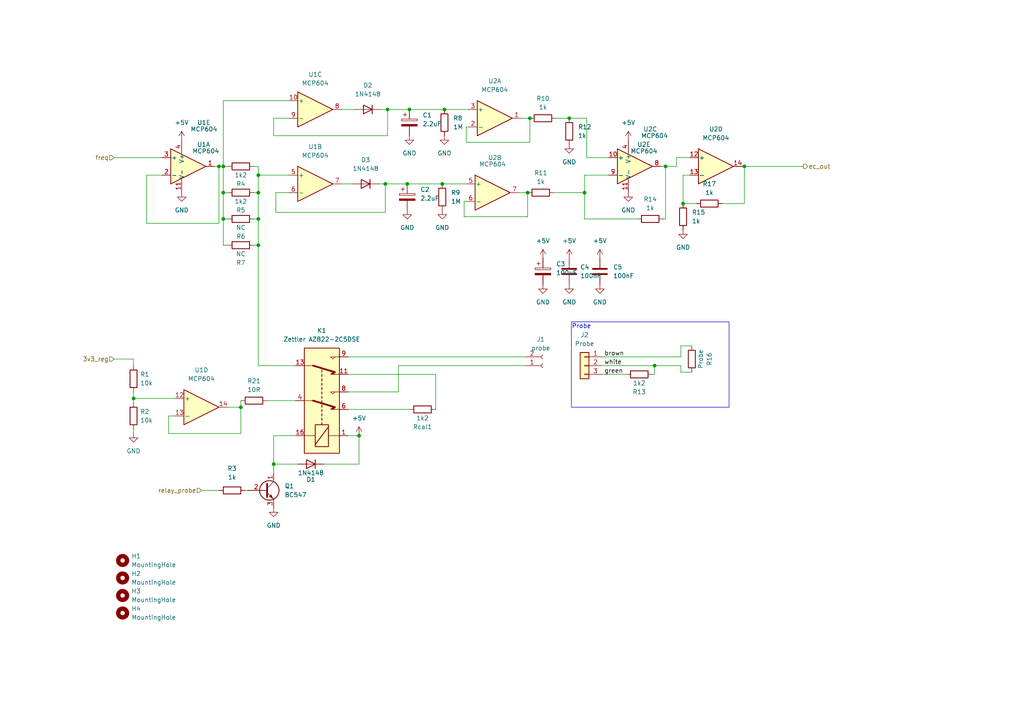
<source format=kicad_sch>
(kicad_sch (version 20231120) (generator "eeschema") (generator_version "8.0")
  (paper "A4")
  (lib_symbols
    (symbol "Amplifier_Operational:MCP604" (pin_names (offset 0.127))
      (property "Reference" "U" (at 0 5.08 0))
      (property "Value" "MCP604" (at 0 -5.08 0))
      (symbol "MCP604_1_1"
        (polyline (pts (xy -5.08 5.08) (xy 5.08 0) (xy -5.08 -5.08) (xy -5.08 5.08)) (stroke (width 0.254)) (fill (type background)))
        (pin output line (at 7.62 0 180) (length 2.54) (name "~") (number "1"))
        (pin input line (at -7.62 -2.54 0) (length 2.54) (name "-") (number "2"))
        (pin input line (at -7.62 2.54 0) (length 2.54) (name "+") (number "3"))
      )
      (symbol "MCP604_2_1"
        (polyline (pts (xy -5.08 5.08) (xy 5.08 0) (xy -5.08 -5.08) (xy -5.08 5.08)) (stroke (width 0.254)) (fill (type background)))
        (pin input line (at -7.62 2.54 0) (length 2.54) (name "+") (number "5"))
        (pin input line (at -7.62 -2.54 0) (length 2.54) (name "-") (number "6"))
        (pin output line (at 7.62 0 180) (length 2.54) (name "~") (number "7"))
      )
      (symbol "MCP604_3_1"
        (polyline (pts (xy -5.08 5.08) (xy 5.08 0) (xy -5.08 -5.08) (xy -5.08 5.08)) (stroke (width 0.254)) (fill (type background)))
        (pin input line (at -7.62 2.54 0) (length 2.54) (name "+") (number "10"))
        (pin output line (at 7.62 0 180) (length 2.54) (name "~") (number "8"))
        (pin input line (at -7.62 -2.54 0) (length 2.54) (name "-") (number "9"))
      )
      (symbol "MCP604_4_1"
        (polyline (pts (xy -5.08 5.08) (xy 5.08 0) (xy -5.08 -5.08) (xy -5.08 5.08)) (stroke (width 0.254)) (fill (type background)))
        (pin input line (at -7.62 2.54 0) (length 2.54) (name "+") (number "12"))
        (pin input line (at -7.62 -2.54 0) (length 2.54) (name "-") (number "13"))
        (pin output line (at 7.62 0 180) (length 2.54) (name "~") (number "14"))
      )
      (symbol "MCP604_5_1"
        (pin power_in line (at -2.54 -7.62 90) (length 3.81) (name "V-") (number "11"))
        (pin power_in line (at -2.54 7.62 270) (length 3.81) (name "V+") (number "4"))
      )
    )
    (symbol "Connector:Conn_01x02_Female" (pin_names (offset 1.016) hide)
      (property "Reference" "J" (at 0 2.54 0))
      (property "Value" "Conn_01x02_Female" (at 0 -5.08 0))
      (symbol "Conn_01x02_Female_1_1"
        (arc (start 0 -2.032) (mid -0.5058 -2.54) (end 0 -3.048) (stroke (width 0.1524)))
        (polyline (pts (xy -1.27 -2.54) (xy -0.508 -2.54)) (stroke (width 0.1524)))
        (polyline (pts (xy -1.27 0) (xy -0.508 0)) (stroke (width 0.1524)))
        (arc (start 0 0.508) (mid -0.5058 0) (end 0 -0.508) (stroke (width 0.1524)))
        (pin passive line (at -5.08 0 0) (length 3.81) (name "Pin_1") (number "1"))
        (pin passive line (at -5.08 -2.54 0) (length 3.81) (name "Pin_2") (number "2"))
      )
    )
    (symbol "Connector_Generic:Conn_01x03" (pin_names (offset 1.016) hide)
      (property "Reference" "J" (at 0 5.08 0))
      (property "Value" "Conn_01x03" (at 0 -5.08 0))
      (symbol "Conn_01x03_1_1"
        (rectangle (start -1.27 -2.413) (end 0 -2.667) (stroke (width 0.1524)))
        (rectangle (start -1.27 0.127) (end 0 -0.127) (stroke (width 0.1524)))
        (rectangle (start -1.27 2.667) (end 0 2.413) (stroke (width 0.1524)))
        (rectangle (start -1.27 3.81) (end 1.27 -3.81) (stroke (width 0.254)) (fill (type background)))
        (pin passive line (at -5.08 2.54 0) (length 3.81) (name "Pin_1") (number "1"))
        (pin passive line (at -5.08 0 0) (length 3.81) (name "Pin_2") (number "2"))
        (pin passive line (at -5.08 -2.54 0) (length 3.81) (name "Pin_3") (number "3"))
      )
    )
    (symbol "Device:C" (pin_numbers hide) (pin_names (offset 0.254))
      (property "Reference" "C" (at 0.635 2.54 0))
      (property "Value" "C" (at 0.635 -2.54 0))
      (symbol "C_0_1"
        (polyline (pts (xy -2.032 -0.762) (xy 2.032 -0.762)) (stroke (width 0.508)))
        (polyline (pts (xy -2.032 0.762) (xy 2.032 0.762)) (stroke (width 0.508)))
      )
      (symbol "C_1_1"
        (pin passive line (at 0 3.81 270) (length 2.794) (name "~") (number "1"))
        (pin passive line (at 0 -3.81 90) (length 2.794) (name "~") (number "2"))
      )
    )
    (symbol "Device:C_Polarized" (pin_numbers hide) (pin_names (offset 0.254))
      (property "Reference" "C" (at 0.635 2.54 0))
      (property "Value" "C_Polarized" (at 0.635 -2.54 0))
      (symbol "C_Polarized_0_1"
        (rectangle (start -2.286 0.508) (end 2.286 1.016))
        (polyline (pts (xy -1.778 2.286) (xy -0.762 2.286)))
        (polyline (pts (xy -1.27 2.794) (xy -1.27 1.778)))
        (rectangle (start 2.286 -0.508) (end -2.286 -1.016) (fill (type outline)))
      )
      (symbol "C_Polarized_1_1"
        (pin passive line (at 0 3.81 270) (length 2.794) (name "~") (number "1"))
        (pin passive line (at 0 -3.81 90) (length 2.794) (name "~") (number "2"))
      )
    )
    (symbol "Device:R" (pin_numbers hide) (pin_names (offset 0))
      (property "Reference" "R" (at 2.032 0 90))
      (property "Value" "R" (at 0 0 90))
      (symbol "R_0_1"
        (rectangle (start -1.016 -2.54) (end 1.016 2.54) (stroke (width 0.254)))
      )
      (symbol "R_1_1"
        (pin passive line (at 0 3.81 270) (length 1.27) (name "~") (number "1"))
        (pin passive line (at 0 -3.81 90) (length 1.27) (name "~") (number "2"))
      )
    )
    (symbol "Diode:1N4148" (pin_numbers hide) (pin_names hide)
      (property "Reference" "D" (at 0 2.54 0))
      (property "Value" "1N4148" (at 0 -2.54 0))
      (symbol "1N4148_0_1"
        (polyline (pts (xy -1.27 1.27) (xy -1.27 -1.27)) (stroke (width 0.254)))
        (polyline (pts (xy 1.27 0) (xy -1.27 0)))
        (polyline (pts (xy 1.27 1.27) (xy 1.27 -1.27) (xy -1.27 0) (xy 1.27 1.27)) (stroke (width 0.254)))
      )
      (symbol "1N4148_1_1"
        (pin passive line (at -3.81 0 0) (length 2.54) (name "K") (number "1"))
        (pin passive line (at 3.81 0 180) (length 2.54) (name "A") (number "2"))
      )
    )
    (symbol "Mechanical:MountingHole" (pin_names (offset 1.016)) (exclude_from_sim yes) (in_bom no)
      (property "Reference" "H" (at 0 5.08 0))
      (property "Value" "MountingHole" (at 0 3.175 0))
      (symbol "MountingHole_0_1"
        (circle (center 0 0) (radius 1.27) (stroke (width 1.27)))
      )
    )
    (symbol "Relay:G5V-2"
      (property "Reference" "K" (at 16.51 3.81 0))
      (property "Value" "G5V-2" (at 16.51 1.27 0))
      (symbol "G5V-2_0_1"
        (rectangle (start -15.24 5.08) (end 15.24 -5.08) (stroke (width 0.254)) (fill (type background)))
        (rectangle (start -13.335 1.905) (end -6.985 -1.905) (stroke (width 0.254)))
        (polyline (pts (xy -12.7 -1.905) (xy -7.62 1.905)) (stroke (width 0.254)))
        (polyline (pts (xy -10.16 -5.08) (xy -10.16 -1.905)))
        (polyline (pts (xy -10.16 5.08) (xy -10.16 1.905)))
        (polyline (pts (xy -6.985 0) (xy -6.35 0)) (stroke (width 0.254)))
        (polyline (pts (xy -5.715 0) (xy -5.08 0)) (stroke (width 0.254)))
        (polyline (pts (xy -4.445 0) (xy -3.81 0)) (stroke (width 0.254)))
        (polyline (pts (xy -3.175 0) (xy -2.54 0)) (stroke (width 0.254)))
        (polyline (pts (xy -1.905 0) (xy -1.27 0)) (stroke (width 0.254)))
        (polyline (pts (xy -0.635 0) (xy 0 0)) (stroke (width 0.254)))
        (polyline (pts (xy 0 -2.54) (xy -1.905 3.81)) (stroke (width 0.508)))
        (polyline (pts (xy 0 -2.54) (xy 0 -5.08)))
        (polyline (pts (xy 0.635 0) (xy 1.27 0)) (stroke (width 0.254)))
        (polyline (pts (xy 1.905 0) (xy 2.54 0)) (stroke (width 0.254)))
        (polyline (pts (xy 3.175 0) (xy 3.81 0)) (stroke (width 0.254)))
        (polyline (pts (xy 4.445 0) (xy 5.08 0)) (stroke (width 0.254)))
        (polyline (pts (xy 5.715 0) (xy 6.35 0)) (stroke (width 0.254)))
        (polyline (pts (xy 6.985 0) (xy 7.62 0)) (stroke (width 0.254)))
        (polyline (pts (xy 8.255 0) (xy 8.89 0)) (stroke (width 0.254)))
        (polyline (pts (xy 10.16 -2.54) (xy 8.255 3.81)) (stroke (width 0.508)))
        (polyline (pts (xy 10.16 -2.54) (xy 10.16 -5.08)))
        (polyline (pts (xy -2.54 5.08) (xy -2.54 2.54) (xy -1.905 3.175) (xy -2.54 3.81)) (fill (type outline)))
        (polyline (pts (xy 2.54 5.08) (xy 2.54 2.54) (xy 1.905 3.175) (xy 2.54 3.81)))
        (polyline (pts (xy 7.62 5.08) (xy 7.62 2.54) (xy 8.255 3.175) (xy 7.62 3.81)) (fill (type outline)))
        (polyline (pts (xy 12.7 5.08) (xy 12.7 2.54) (xy 12.065 3.175) (xy 12.7 3.81)))
      )
      (symbol "G5V-2_1_1"
        (pin passive line (at -10.16 7.62 270) (length 2.54) (name "~") (number "1"))
        (pin passive line (at 7.62 7.62 270) (length 2.54) (name "~") (number "11"))
        (pin passive line (at 10.16 -7.62 90) (length 2.54) (name "~") (number "13"))
        (pin passive line (at -10.16 -7.62 90) (length 2.54) (name "~") (number "16"))
        (pin passive line (at 0 -7.62 90) (length 2.54) (name "~") (number "4"))
        (pin passive line (at -2.54 7.62 270) (length 2.54) (name "~") (number "6"))
        (pin passive line (at 2.54 7.62 270) (length 2.54) (name "~") (number "8"))
        (pin passive line (at 12.7 7.62 270) (length 2.54) (name "~") (number "9"))
      )
    )
    (symbol "Transistor_BJT:BC547" (pin_names (offset 0) hide)
      (property "Reference" "Q" (at 5.08 1.905 0))
      (property "Value" "BC547" (at 5.08 0 0))
      (symbol "BC547_0_1"
        (polyline (pts (xy 0 0) (xy 0.635 0)))
        (polyline (pts (xy 0.635 0.635) (xy 2.54 2.54)))
        (polyline (pts (xy 0.635 -0.635) (xy 2.54 -2.54) (xy 2.54 -2.54)))
        (polyline (pts (xy 0.635 1.905) (xy 0.635 -1.905) (xy 0.635 -1.905)) (stroke (width 0.508)))
        (polyline (pts (xy 1.27 -1.778) (xy 1.778 -1.27) (xy 2.286 -2.286) (xy 1.27 -1.778) (xy 1.27 -1.778)) (fill (type outline)))
        (circle (center 1.27 0) (radius 2.8194) (stroke (width 0.254)))
      )
      (symbol "BC547_1_1"
        (pin passive line (at 2.54 5.08 270) (length 2.54) (name "C") (number "1"))
        (pin input line (at -5.08 0 0) (length 5.08) (name "B") (number "2"))
        (pin passive line (at 2.54 -5.08 90) (length 2.54) (name "E") (number "3"))
      )
    )
    (symbol "power:+5V" (power) (pin_numbers hide) (pin_names (offset 0) hide)
      (property "Value" "+5V" (at 0 3.556 0))
      (symbol "+5V_0_1"
        (polyline (pts (xy -0.762 1.27) (xy 0 2.54)))
        (polyline (pts (xy 0 0) (xy 0 2.54)))
        (polyline (pts (xy 0 2.54) (xy 0.762 1.27)))
      )
      (symbol "+5V_1_1"
        (pin power_in line (at 0 0 90) (length 0) (name "~") (number "1"))
      )
    )
    (symbol "power:GND" (power) (pin_names (offset 0))
      (property "Value" "GND" (at 0 -3.81 0))
      (symbol "GND_0_1"
        (polyline (pts (xy 0 0) (xy 0 -1.27) (xy 1.27 -1.27) (xy 0 -2.54) (xy -1.27 -1.27) (xy 0 -1.27)))
      )
      (symbol "GND_1_1"
        (pin power_in line (at 0 0 270) (length 0) hide (name "GND") (number "1"))
      )
    )
  )
  (junction (at 111.76 53.34))
  (junction (at 69.85 118.11))
  (junction (at 74.93 71.12))
  (junction (at 38.735 115.57))
  (junction (at 169.545 55.88))
  (junction (at 74.93 50.8))
  (junction (at 74.93 63.5))
  (junction (at 128.27 53.34))
  (junction (at 64.77 48.26))
  (junction (at 128.905 31.75))
  (junction (at 153.67 34.29))
  (junction (at 64.77 63.5))
  (junction (at 64.77 55.88))
  (junction (at 63.5 48.26))
  (junction (at 198.12 59.055))
  (junction (at 189.865 106.045))
  (junction (at 215.9 48.26))
  (junction (at 118.11 53.34))
  (junction (at 74.93 55.88))
  (junction (at 104.14 126.365))
  (junction (at 112.395 31.75))
  (junction (at 193.04 48.26))
  (junction (at 118.745 31.75))
  (junction (at 153.035 55.88))
  (junction (at 79.375 134.62))
  (junction (at 165.1 34.29))
  (wire (pts (xy 38.735 115.57) (xy 38.735 116.84)))
  (wire (pts (xy 165.1 34.29) (xy 170.18 34.29)))
  (wire (pts (xy 79.375 34.29) (xy 79.375 39.37)))
  (wire (pts (xy 77.47 116.205) (xy 85.725 116.205)))
  (wire (pts (xy 74.93 48.26) (xy 74.93 50.8)))
  (wire (pts (xy 193.04 48.26) (xy 196.215 48.26)))
  (wire (pts (xy 58.42 142.24) (xy 63.5 142.24)))
  (wire (pts (xy 118.745 31.75) (xy 128.905 31.75)))
  (wire (pts (xy 150.495 55.88) (xy 153.035 55.88)))
  (wire (pts (xy 74.93 50.8) (xy 74.93 55.88)))
  (wire (pts (xy 64.77 63.5) (xy 64.77 55.88)))
  (wire (pts (xy 99.06 31.75) (xy 102.87 31.75)))
  (wire (pts (xy 80.01 61.595) (xy 80.01 55.88)))
  (wire (pts (xy 196.215 45.72) (xy 200.025 45.72)))
  (wire (pts (xy 42.545 64.77) (xy 42.545 50.8)))
  (wire (pts (xy 62.23 48.26) (xy 63.5 48.26)))
  (wire (pts (xy 112.395 31.75) (xy 118.745 31.75)))
  (wire (pts (xy 66.04 118.11) (xy 69.85 118.11)))
  (wire (pts (xy 66.04 71.12) (xy 64.77 71.12)))
  (wire (pts (xy 192.405 63.5) (xy 193.04 63.5)))
  (wire (pts (xy 126.365 108.585) (xy 126.365 118.745)))
  (wire (pts (xy 48.895 125.73) (xy 48.895 120.65)))
  (wire (pts (xy 63.5 48.26) (xy 63.5 64.77)))
  (wire (pts (xy 100.965 103.505) (xy 152.4 103.505)))
  (wire (pts (xy 42.545 50.8) (xy 46.99 50.8)))
  (wire (pts (xy 170.18 34.29) (xy 170.18 45.72)))
  (wire (pts (xy 79.375 39.37) (xy 112.395 39.37)))
  (wire (pts (xy 64.77 71.12) (xy 64.77 63.5)))
  (wire (pts (xy 153.035 55.88) (xy 153.035 62.865)))
  (wire (pts (xy 80.01 55.88) (xy 83.82 55.88)))
  (wire (pts (xy 115.57 106.045) (xy 115.57 113.665)))
  (wire (pts (xy 69.85 116.205) (xy 69.85 118.11)))
  (wire (pts (xy 197.485 107.95) (xy 200.66 107.95)))
  (wire (pts (xy 128.27 53.34) (xy 135.255 53.34)))
  (wire (pts (xy 100.965 108.585) (xy 126.365 108.585)))
  (wire (pts (xy 63.5 48.26) (xy 64.77 48.26)))
  (wire (pts (xy 83.82 50.8) (xy 74.93 50.8)))
  (wire (pts (xy 197.485 106.045) (xy 197.485 107.95)))
  (wire (pts (xy 79.375 137.16) (xy 79.375 134.62)))
  (wire (pts (xy 79.375 134.62) (xy 86.36 134.62)))
  (wire (pts (xy 135.255 41.275) (xy 135.255 36.83)))
  (wire (pts (xy 33.02 104.14) (xy 38.735 104.14)))
  (wire (pts (xy 73.66 71.12) (xy 74.93 71.12)))
  (wire (pts (xy 215.9 59.055) (xy 215.9 48.26)))
  (wire (pts (xy 209.55 59.055) (xy 215.9 59.055)))
  (wire (pts (xy 74.93 55.88) (xy 74.93 63.5)))
  (wire (pts (xy 151.13 34.29) (xy 153.67 34.29)))
  (wire (pts (xy 99.06 53.34) (xy 102.235 53.34)))
  (wire (pts (xy 64.77 48.26) (xy 64.77 29.21)))
  (wire (pts (xy 79.375 134.62) (xy 79.375 126.365)))
  (wire (pts (xy 118.745 118.745) (xy 100.965 118.745)))
  (wire (pts (xy 160.655 55.88) (xy 169.545 55.88)))
  (wire (pts (xy 93.98 134.62) (xy 104.14 134.62)))
  (wire (pts (xy 74.93 71.12) (xy 74.93 106.045)))
  (wire (pts (xy 184.785 63.5) (xy 169.545 63.5)))
  (wire (pts (xy 189.865 106.045) (xy 189.865 108.585)))
  (wire (pts (xy 215.9 48.26) (xy 215.265 48.26)))
  (wire (pts (xy 135.255 36.83) (xy 135.89 36.83)))
  (wire (pts (xy 170.18 45.72) (xy 176.53 45.72)))
  (wire (pts (xy 85.725 106.045) (xy 74.93 106.045)))
  (wire (pts (xy 152.4 106.045) (xy 115.57 106.045)))
  (wire (pts (xy 38.735 104.14) (xy 38.735 106.045)))
  (wire (pts (xy 134.62 58.42) (xy 135.255 58.42)))
  (wire (pts (xy 73.66 48.26) (xy 74.93 48.26)))
  (wire (pts (xy 66.04 63.5) (xy 64.77 63.5)))
  (wire (pts (xy 193.04 63.5) (xy 193.04 48.26)))
  (wire (pts (xy 198.12 50.8) (xy 198.12 59.055)))
  (wire (pts (xy 200.025 50.8) (xy 198.12 50.8)))
  (wire (pts (xy 71.12 142.24) (xy 71.755 142.24)))
  (wire (pts (xy 189.865 106.045) (xy 197.485 106.045)))
  (wire (pts (xy 48.895 120.65) (xy 50.8 120.65)))
  (wire (pts (xy 66.04 55.88) (xy 64.77 55.88)))
  (wire (pts (xy 33.02 45.72) (xy 46.99 45.72)))
  (wire (pts (xy 169.545 55.88) (xy 169.545 63.5)))
  (wire (pts (xy 174.625 106.045) (xy 189.865 106.045)))
  (wire (pts (xy 79.375 126.365) (xy 85.725 126.365)))
  (wire (pts (xy 73.66 63.5) (xy 74.93 63.5)))
  (wire (pts (xy 174.625 108.585) (xy 181.61 108.585)))
  (wire (pts (xy 83.82 34.29) (xy 79.375 34.29)))
  (wire (pts (xy 215.9 48.26) (xy 233.045 48.26)))
  (wire (pts (xy 74.93 63.5) (xy 74.93 71.12)))
  (wire (pts (xy 111.76 53.34) (xy 118.11 53.34)))
  (wire (pts (xy 169.545 50.8) (xy 176.53 50.8)))
  (wire (pts (xy 174.625 103.505) (xy 197.485 103.505)))
  (wire (pts (xy 115.57 113.665) (xy 100.965 113.665)))
  (wire (pts (xy 69.85 118.11) (xy 69.85 125.73)))
  (wire (pts (xy 169.545 55.88) (xy 169.545 50.8)))
  (wire (pts (xy 111.76 61.595) (xy 80.01 61.595)))
  (wire (pts (xy 198.12 59.055) (xy 201.93 59.055)))
  (wire (pts (xy 112.395 39.37) (xy 112.395 31.75)))
  (wire (pts (xy 104.14 134.62) (xy 104.14 126.365)))
  (wire (pts (xy 134.62 62.865) (xy 134.62 58.42)))
  (wire (pts (xy 64.77 55.88) (xy 64.77 48.26)))
  (wire (pts (xy 69.85 125.73) (xy 48.895 125.73)))
  (wire (pts (xy 63.5 64.77) (xy 42.545 64.77)))
  (wire (pts (xy 128.905 31.75) (xy 135.89 31.75)))
  (wire (pts (xy 161.29 34.29) (xy 165.1 34.29)))
  (wire (pts (xy 193.04 48.26) (xy 191.77 48.26)))
  (wire (pts (xy 197.485 100.33) (xy 197.485 103.505)))
  (wire (pts (xy 64.77 29.21) (xy 83.82 29.21)))
  (wire (pts (xy 118.11 53.34) (xy 128.27 53.34)))
  (wire (pts (xy 38.735 124.46) (xy 38.735 125.73)))
  (wire (pts (xy 109.855 53.34) (xy 111.76 53.34)))
  (wire (pts (xy 38.735 113.665) (xy 38.735 115.57)))
  (wire (pts (xy 73.66 55.88) (xy 74.93 55.88)))
  (wire (pts (xy 153.035 62.865) (xy 134.62 62.865)))
  (wire (pts (xy 38.735 115.57) (xy 50.8 115.57)))
  (wire (pts (xy 189.865 108.585) (xy 189.23 108.585)))
  (wire (pts (xy 64.77 48.26) (xy 66.04 48.26)))
  (wire (pts (xy 111.76 53.34) (xy 111.76 61.595)))
  (wire (pts (xy 100.965 126.365) (xy 104.14 126.365)))
  (wire (pts (xy 200.66 100.33) (xy 197.485 100.33)))
  (wire (pts (xy 153.67 34.29) (xy 153.67 41.275)))
  (wire (pts (xy 112.395 31.75) (xy 110.49 31.75)))
  (wire (pts (xy 196.215 48.26) (xy 196.215 45.72)))
  (wire (pts (xy 153.67 41.275) (xy 135.255 41.275)))
  (rectangle (start 165.735 93.345) (end 211.455 118.11))
  (text "Probe" (at 168.656 94.742 0) (effects (font (size 1.27 1.27))))
  (label "white" (at 175.26 106.045 0))
  (label "green" (at 175.26 108.585 0))
  (label "brown" (at 175.26 103.505 0))
  (hierarchical_label "freq" (shape input) (at 33.02 45.72 180))
  (hierarchical_label "relay_probe" (shape input) (at 58.42 142.24 180))
  (hierarchical_label "ec_out" (shape output) (at 233.045 48.26 0))
  (hierarchical_label "3v3_reg" (shape input) (at 33.02 104.14 180))
  (symbol (lib_id "Device:C_Polarized") (at 118.11 57.15 0) (unit 1)
    (property "Reference" "C2" (at 121.92 54.9909 0) (effects (justify left)))
    (property "Value" "2.2uF" (at 121.92 57.5309 0) (effects (justify left)))
    (property "Footprint" "Capacitor_THT:CP_Radial_Tantal_D4.5mm_P2.50mm" (effects (hide yes)))
  )
  (symbol (lib_id "Device:R") (at 67.31 142.24 90) (unit 1)
    (property "Reference" "R3" (at 67.31 135.89 90))
    (property "Value" "1k" (at 67.31 138.43 90))
    (property "Footprint" "Resistor_SMD:R_0603_1608Metric_Pad0.98x0.95mm_HandSolder" (effects (hide yes)))
  )
  (symbol (lib_id "Device:R") (at 205.74 59.055 90) (unit 1)
    (property "Reference" "R17" (at 205.74 53.34 90))
    (property "Value" "1k" (at 205.74 55.88 90))
    (property "Footprint" "Resistor_SMD:R_0603_1608Metric_Pad0.98x0.95mm_HandSolder" (effects (hide yes)))
  )
  (symbol (lib_id "power:GND") (at 38.735 125.73 0) (unit 1)
    (property "Reference" "#PWR02" (effects (hide yes)))
    (property "Value" "GND" (at 38.735 130.81 0))
  )
  (symbol (lib_id "power:+5V") (at 182.245 40.64 0) (unit 1)
    (property "Reference" "#PWR016" (effects (hide yes)))
    (property "Value" "+5V" (at 182.245 35.56 0))
    (property "Description" "Power symbol creates a global label with name \"+5V\"" (effects (hide yes)))
  )
  (symbol (lib_id "power:+5V") (at 173.99 74.93 0) (unit 1)
    (property "Reference" "#PWR014" (effects (hide yes)))
    (property "Value" "+5V" (at 173.99 69.85 0))
    (property "Description" "Power symbol creates a global label with name \"+5V\"" (effects (hide yes)))
  )
  (symbol (lib_id "Device:C_Polarized") (at 157.48 78.74 0) (unit 1)
    (property "Reference" "C3" (at 161.29 76.5809 0) (effects (justify left)))
    (property "Value" "100uF" (at 161.29 79.1209 0) (effects (justify left)))
    (property "Footprint" "Capacitor_THT:CP_Radial_D10.0mm_P5.00mm" (effects (hide yes)))
  )
  (symbol (lib_id "Mechanical:MountingHole") (at 35.56 177.8 0) (unit 1) (exclude_from_sim yes) (in_bom no)
    (property "Reference" "H4" (at 38.1 176.5299 0) (effects (justify left)))
    (property "Value" "MountingHole" (at 38.1 179.0699 0) (effects (justify left)))
    (property "Footprint" "MountingHole:MountingHole_3.2mm_M3" (effects (hide yes)))
    (property "Description" "Mounting Hole without connection" (effects (hide yes)))
  )
  (symbol (lib_id "Amplifier_Operational:MCP604") (at 142.875 55.88 0) (unit 2)
    (property "Reference" "U2" (at 143.51 45.72 0))
    (property "Value" "MCP604" (at 142.875 47.625 0))
    (property "Footprint" "Package_SO:SOIC-14_3.9x8.7mm_P1.27mm" (effects (hide yes)))
    (property "Datasheet" "http://ww1.microchip.com/downloads/en/DeviceDoc/21314g.pdf" (effects (hide yes)))
  )
  (symbol (lib_id "Amplifier_Operational:MCP604") (at 91.44 53.34 0) (unit 2)
    (property "Reference" "U1" (at 91.44 42.545 0))
    (property "Value" "MCP604" (at 91.44 45.085 0))
    (property "Footprint" "Package_SO:SOIC-14_3.9x8.7mm_P1.27mm" (effects (hide yes)))
    (property "Datasheet" "http://ww1.microchip.com/downloads/en/DeviceDoc/21314g.pdf" (effects (hide yes)))
  )
  (symbol (lib_id "power:GND") (at 52.705 55.88 0) (unit 1)
    (property "Reference" "#PWR04" (effects (hide yes)))
    (property "Value" "GND" (at 52.705 60.96 0))
  )
  (symbol (lib_id "Amplifier_Operational:MCP604") (at 91.44 31.75 0) (unit 3)
    (property "Reference" "U1" (at 91.44 21.59 0))
    (property "Value" "MCP604" (at 91.44 24.13 0))
    (property "Footprint" "Package_SO:SOIC-14_3.9x8.7mm_P1.27mm" (effects (hide yes)))
    (property "Datasheet" "http://ww1.microchip.com/downloads/en/DeviceDoc/21314g.pdf" (effects (hide yes)))
  )
  (symbol (lib_id "Device:R") (at 69.85 48.26 90) (unit 1)
    (property "Reference" "R4" (at 69.85 53.34 90))
    (property "Value" "1k2" (at 69.85 50.8 90))
    (property "Footprint" "Resistor_THT:R_Axial_DIN0207_L6.3mm_D2.5mm_P10.16mm_Horizontal" (effects (hide yes)))
  )
  (symbol (lib_id "Transistor_BJT:BC547") (at 76.835 142.24 0) (unit 1)
    (property "Reference" "Q1" (at 82.55 140.9699 0) (effects (justify left)))
    (property "Value" "BC547" (at 82.55 143.5099 0) (effects (justify left)))
    (property "Footprint" "Package_TO_SOT_THT:TO-92_HandSolder" (effects (hide yes)))
    (property "Datasheet" "https://www.onsemi.com/pub/Collateral/BC550-D.pdf" (effects (hide yes)))
  )
  (symbol (lib_id "Mechanical:MountingHole") (at 35.56 162.56 0) (unit 1) (exclude_from_sim yes) (in_bom no)
    (property "Reference" "H1" (at 38.1 161.2899 0) (effects (justify left)))
    (property "Value" "MountingHole" (at 38.1 163.8299 0) (effects (justify left)))
    (property "Footprint" "MountingHole:MountingHole_3.2mm_M3" (effects (hide yes)))
    (property "Description" "Mounting Hole without connection" (effects (hide yes)))
  )
  (symbol (lib_id "Device:R") (at 188.595 63.5 90) (unit 1)
    (property "Reference" "R14" (at 188.595 57.785 90))
    (property "Value" "1k" (at 188.595 60.325 90))
    (property "Footprint" "Resistor_SMD:R_0603_1608Metric_Pad0.98x0.95mm_HandSolder" (effects (hide yes)))
  )
  (symbol (lib_id "Diode:1N4148") (at 106.68 31.75 180) (unit 1)
    (property "Reference" "D2" (at 106.68 24.765 0))
    (property "Value" "1N4148" (at 106.68 27.305 0))
    (property "Footprint" "Diode_THT:D_DO-35_SOD27_P12.70mm_Horizontal" (effects (hide yes)))
    (property "Datasheet" "https://assets.nexperia.com/documents/data-sheet/1N4148_1N4448.pdf" (effects (hide yes)))
  )
  (symbol (lib_id "power:GND") (at 128.905 39.37 0) (unit 1)
    (property "Reference" "#PWR09" (effects (hide yes)))
    (property "Value" "GND" (at 128.905 44.45 0))
  )
  (symbol (lib_id "Device:R") (at 38.735 109.855 180) (unit 1)
    (property "Reference" "R1" (at 40.64 108.5849 0) (effects (justify right)))
    (property "Value" "10k" (at 40.64 111.1249 0) (effects (justify right)))
    (property "Footprint" "Resistor_SMD:R_0603_1608Metric_Pad0.98x0.95mm_HandSolder" (effects (hide yes)))
  )
  (symbol (lib_id "power:GND") (at 165.1 82.55 0) (unit 1)
    (property "Reference" "#PWR015" (effects (hide yes)))
    (property "Value" "GND" (at 165.1 87.63 0))
  )
  (symbol (lib_id "Device:C") (at 165.1 78.74 0) (unit 1)
    (property "Reference" "C4" (at 168.275 77.4699 0) (effects (justify left)))
    (property "Value" "100nF" (at 168.275 80.0099 0) (effects (justify left)))
    (property "Footprint" "Capacitor_THT:C_Disc_D3.4mm_W2.1mm_P2.50mm" (effects (hide yes)))
  )
  (symbol (lib_id "Device:R") (at 128.27 57.15 180) (unit 1)
    (property "Reference" "R9" (at 130.81 55.8799 0) (effects (justify right)))
    (property "Value" "1M" (at 130.81 58.4199 0) (effects (justify right)))
    (property "Footprint" "Resistor_SMD:R_0603_1608Metric_Pad0.98x0.95mm_HandSolder" (effects (hide yes)))
  )
  (symbol (lib_id "Device:C_Polarized") (at 118.745 35.56 0) (unit 1)
    (property "Reference" "C1" (at 122.555 33.4009 0) (effects (justify left)))
    (property "Value" "2.2uF" (at 122.555 35.9409 0) (effects (justify left)))
    (property "Footprint" "Capacitor_THT:CP_Radial_Tantal_D4.5mm_P2.50mm" (effects (hide yes)))
  )
  (symbol (lib_id "power:GND") (at 128.27 60.96 0) (unit 1)
    (property "Reference" "#PWR010" (effects (hide yes)))
    (property "Value" "GND" (at 128.27 66.04 0))
  )
  (symbol (lib_id "Device:R") (at 69.85 71.12 90) (unit 1)
    (property "Reference" "R7" (at 69.85 76.2 90))
    (property "Value" "NC" (at 69.85 73.66 90))
    (property "Footprint" "Resistor_THT:R_Axial_DIN0207_L6.3mm_D2.5mm_P10.16mm_Horizontal" (effects (hide yes)))
  )
  (symbol (lib_id "Device:R") (at 69.85 55.88 90) (unit 1)
    (property "Reference" "R5" (at 69.85 60.96 90))
    (property "Value" "1k2" (at 69.85 58.42 90))
    (property "Footprint" "Resistor_THT:R_Axial_DIN0207_L6.3mm_D2.5mm_P10.16mm_Horizontal" (effects (hide yes)))
  )
  (symbol (lib_id "power:GND") (at 157.48 82.55 0) (unit 1)
    (property "Reference" "#PWR012" (effects (hide yes)))
    (property "Value" "GND" (at 157.48 87.63 0))
  )
  (symbol (lib_id "power:+5V") (at 165.1 74.93 0) (unit 1)
    (property "Reference" "#PWR011" (effects (hide yes)))
    (property "Value" "+5V" (at 165.1 69.85 0))
    (property "Description" "Power symbol creates a global label with name \"+5V\"" (effects (hide yes)))
  )
  (symbol (lib_id "Device:R") (at 200.66 104.14 180) (unit 1) (in_bom no) (on_board no)
    (property "Reference" "R16" (at 205.74 104.14 90))
    (property "Value" "Probe" (at 203.2 104.14 90))
  )
  (symbol (lib_id "Diode:1N4148") (at 106.045 53.34 180) (unit 1)
    (property "Reference" "D3" (at 106.045 46.355 0))
    (property "Value" "1N4148" (at 106.045 48.895 0))
    (property "Footprint" "Diode_THT:D_DO-35_SOD27_P12.70mm_Horizontal" (effects (hide yes)))
    (property "Datasheet" "https://assets.nexperia.com/documents/data-sheet/1N4148_1N4448.pdf" (effects (hide yes)))
  )
  (symbol (lib_id "power:GND") (at 182.245 55.88 0) (unit 1)
    (property "Reference" "#PWR019" (effects (hide yes)))
    (property "Value" "GND" (at 182.245 60.96 0))
  )
  (symbol (lib_id "power:GND") (at 79.375 147.32 0) (unit 1)
    (property "Reference" "#PWR05" (effects (hide yes)))
    (property "Value" "GND" (at 79.375 152.4 0))
  )
  (symbol (lib_id "Connector_Generic:Conn_01x03") (at 169.545 106.045 0) (mirror y) (unit 1) (in_bom no) (on_board no)
    (property "Reference" "J2" (at 169.545 97.155 0))
    (property "Value" "Probe" (at 169.545 99.695 0))
  )
  (symbol (lib_id "Device:R") (at 156.845 55.88 90) (unit 1)
    (property "Reference" "R11" (at 156.845 50.165 90))
    (property "Value" "1k" (at 156.845 52.705 90))
    (property "Footprint" "Resistor_SMD:R_0603_1608Metric_Pad0.98x0.95mm_HandSolder" (effects (hide yes)))
  )
  (symbol (lib_id "Mechanical:MountingHole") (at 35.56 172.72 0) (unit 1) (exclude_from_sim yes) (in_bom no)
    (property "Reference" "H3" (at 38.1 171.4499 0) (effects (justify left)))
    (property "Value" "MountingHole" (at 38.1 173.9899 0) (effects (justify left)))
    (property "Footprint" "MountingHole:MountingHole_3.2mm_M3" (effects (hide yes)))
    (property "Description" "Mounting Hole without connection" (effects (hide yes)))
  )
  (symbol (lib_id "Device:R") (at 165.1 38.1 0) (unit 1)
    (property "Reference" "R12" (at 167.64 36.8299 0) (effects (justify left)))
    (property "Value" "1k" (at 167.64 39.3699 0) (effects (justify left)))
    (property "Footprint" "Resistor_SMD:R_0603_1608Metric_Pad0.98x0.95mm_HandSolder" (effects (hide yes)))
  )
  (symbol (lib_id "power:GND") (at 118.745 39.37 0) (unit 1)
    (property "Reference" "#PWR07" (effects (hide yes)))
    (property "Value" "GND" (at 118.745 44.45 0))
  )
  (symbol (lib_id "Relay:G5V-2") (at 93.345 116.205 270) (mirror x) (unit 1)
    (property "Reference" "K1" (at 93.345 95.885 90))
    (property "Value" "Zettler AZ822-2C5DSE" (at 93.345 98.425 90))
    (property "Footprint" "Relay_THT:Relay_DPDT_Omron_G5V-2" (effects (hide yes)))
  )
  (symbol (lib_id "Amplifier_Operational:MCP604") (at 184.15 48.26 0) (unit 3)
    (property "Reference" "U2" (at 188.595 37.465 0))
    (property "Value" "MCP604" (at 189.865 39.37 0))
    (property "Footprint" "Package_SO:SOIC-14_3.9x8.7mm_P1.27mm" (effects (hide yes)))
    (property "Datasheet" "http://ww1.microchip.com/downloads/en/DeviceDoc/21314g.pdf" (effects (hide yes)))
  )
  (symbol (lib_id "Connector:Conn_01x02_Female") (at 157.48 106.045 0) (mirror x) (unit 1)
    (property "Reference" "J1" (at 156.845 98.425 0))
    (property "Value" "probe" (at 156.845 100.965 0))
    (property "Footprint" "TerminalBlock:TerminalBlock_bornier-2_P5.08mm" (effects (hide yes)))
  )
  (symbol (lib_id "Device:R") (at 73.66 116.205 90) (unit 1)
    (property "Reference" "R21" (at 73.66 110.49 90))
    (property "Value" "10R" (at 73.66 113.03 90))
    (property "Footprint" "Resistor_THT:R_Axial_DIN0207_L6.3mm_D2.5mm_P10.16mm_Horizontal" (effects (hide yes)))
  )
  (symbol (lib_id "Amplifier_Operational:MCP604") (at 58.42 118.11 0) (unit 4)
    (property "Reference" "U1" (at 58.42 107.315 0))
    (property "Value" "MCP604" (at 58.42 109.855 0))
    (property "Footprint" "Package_SO:SOIC-14_3.9x8.7mm_P1.27mm" (effects (hide yes)))
    (property "Datasheet" "http://ww1.microchip.com/downloads/en/DeviceDoc/21314g.pdf" (effects (hide yes)))
  )
  (symbol (lib_id "Device:R") (at 69.85 63.5 90) (unit 1)
    (property "Reference" "R6" (at 69.85 68.58 90))
    (property "Value" "NC" (at 69.85 66.04 90))
    (property "Footprint" "Resistor_THT:R_Axial_DIN0207_L6.3mm_D2.5mm_P10.16mm_Horizontal" (effects (hide yes)))
  )
  (symbol (lib_id "Amplifier_Operational:MCP604") (at 55.245 48.26 0) (unit 5)
    (property "Reference" "U1" (at 57.15 35.56 0) (effects (justify left)))
    (property "Value" "MCP604" (at 55.245 37.465 0) (effects (justify left)))
    (property "Footprint" "Package_SO:SOIC-14_3.9x8.7mm_P1.27mm" (effects (hide yes)))
    (property "Datasheet" "http://ww1.microchip.com/downloads/en/DeviceDoc/21314g.pdf" (effects (hide yes)))
  )
  (symbol (lib_id "power:GND") (at 198.12 66.675 0) (unit 1)
    (property "Reference" "#PWR020" (effects (hide yes)))
    (property "Value" "GND" (at 198.12 71.755 0))
  )
  (symbol (lib_id "power:GND") (at 165.1 41.91 0) (unit 1)
    (property "Reference" "#PWR013" (effects (hide yes)))
    (property "Value" "GND" (at 165.1 46.99 0))
  )
  (symbol (lib_id "Amplifier_Operational:MCP604") (at 54.61 48.26 0) (unit 1)
    (property "Reference" "U1" (at 59.055 41.91 0))
    (property "Value" "MCP604" (at 59.69 43.815 0))
    (property "Footprint" "Package_SO:SOIC-14_3.9x8.7mm_P1.27mm" (effects (hide yes)))
    (property "Datasheet" "http://ww1.microchip.com/downloads/en/DeviceDoc/21314g.pdf" (effects (hide yes)))
  )
  (symbol (lib_id "power:+5V") (at 52.705 40.64 0) (unit 1)
    (property "Reference" "#PWR018" (effects (hide yes)))
    (property "Value" "+5V" (at 52.705 35.56 0))
    (property "Description" "Power symbol creates a global label with name \"+5V\"" (effects (hide yes)))
  )
  (symbol (lib_id "power:GND") (at 118.11 60.96 0) (unit 1)
    (property "Reference" "#PWR08" (effects (hide yes)))
    (property "Value" "GND" (at 118.11 66.04 0))
  )
  (symbol (lib_id "Amplifier_Operational:MCP604") (at 184.785 48.26 0) (unit 5)
    (property "Reference" "U2" (at 184.785 41.91 0) (effects (justify left)))
    (property "Value" "MCP604" (at 182.88 43.815 0) (effects (justify left)))
    (property "Footprint" "Package_SO:SOIC-14_3.9x8.7mm_P1.27mm" (effects (hide yes)))
    (property "Datasheet" "http://ww1.microchip.com/downloads/en/DeviceDoc/21314g.pdf" (effects (hide yes)))
  )
  (symbol (lib_id "Amplifier_Operational:MCP604") (at 143.51 34.29 0) (unit 1)
    (property "Reference" "U2" (at 143.51 23.495 0))
    (property "Value" "MCP604" (at 143.51 26.035 0))
    (property "Footprint" "Package_SO:SOIC-14_3.9x8.7mm_P1.27mm" (effects (hide yes)))
    (property "Datasheet" "http://ww1.microchip.com/downloads/en/DeviceDoc/21314g.pdf" (effects (hide yes)))
  )
  (symbol (lib_id "power:GND") (at 173.99 82.55 0) (unit 1)
    (property "Reference" "#PWR017" (effects (hide yes)))
    (property "Value" "GND" (at 173.99 87.63 0))
  )
  (symbol (lib_id "Device:R") (at 198.12 62.865 180) (unit 1)
    (property "Reference" "R15" (at 200.66 61.5949 0) (effects (justify right)))
    (property "Value" "1k" (at 200.66 64.1349 0) (effects (justify right)))
    (property "Footprint" "Resistor_SMD:R_0603_1608Metric_Pad0.98x0.95mm_HandSolder" (effects (hide yes)))
  )
  (symbol (lib_id "power:+5V") (at 157.48 74.93 0) (unit 1)
    (property "Reference" "#PWR032" (effects (hide yes)))
    (property "Value" "+5V" (at 157.48 69.85 0))
    (property "Description" "Power symbol creates a global label with name \"+5V\"" (effects (hide yes)))
  )
  (symbol (lib_id "Device:R") (at 128.905 35.56 180) (unit 1)
    (property "Reference" "R8" (at 131.445 34.2899 0) (effects (justify right)))
    (property "Value" "1M" (at 131.445 36.8299 0) (effects (justify right)))
    (property "Footprint" "Resistor_SMD:R_0603_1608Metric_Pad0.98x0.95mm_HandSolder" (effects (hide yes)))
  )
  (symbol (lib_id "Device:C") (at 173.99 78.74 0) (unit 1)
    (property "Reference" "C5" (at 177.8 77.4699 0) (effects (justify left)))
    (property "Value" "100nF" (at 177.8 80.0099 0) (effects (justify left)))
    (property "Footprint" "Capacitor_THT:C_Disc_D3.4mm_W2.1mm_P2.50mm" (effects (hide yes)))
  )
  (symbol (lib_id "Device:R") (at 157.48 34.29 90) (unit 1)
    (property "Reference" "R10" (at 157.48 28.575 90))
    (property "Value" "1k" (at 157.48 31.115 90))
    (property "Footprint" "Resistor_SMD:R_0603_1608Metric_Pad0.98x0.95mm_HandSolder" (effects (hide yes)))
  )
  (symbol (lib_id "Device:R") (at 38.735 120.65 180) (unit 1)
    (property "Reference" "R2" (at 40.64 119.3799 0) (effects (justify right)))
    (property "Value" "10k" (at 40.64 121.9199 0) (effects (justify right)))
    (property "Footprint" "Resistor_SMD:R_0603_1608Metric_Pad0.98x0.95mm_HandSolder" (effects (hide yes)))
  )
  (symbol (lib_id "Device:R") (at 122.555 118.745 90) (unit 1)
    (property "Reference" "Rcal1" (at 122.555 123.825 90))
    (property "Value" "1k2" (at 122.555 121.285 90))
    (property "Footprint" "Resistor_THT:R_Axial_DIN0207_L6.3mm_D2.5mm_P10.16mm_Horizontal" (effects (hide yes)))
  )
  (symbol (lib_id "Device:R") (at 185.42 108.585 90) (unit 1) (in_bom no) (on_board no)
    (property "Reference" "R13" (at 185.42 113.665 90))
    (property "Value" "1k2" (at 185.42 111.125 90))
  )
  (symbol (lib_id "power:+5V") (at 104.14 126.365 0) (unit 1)
    (property "Reference" "#PWR03" (effects (hide yes)))
    (property "Value" "+5V" (at 104.14 121.285 0))
    (property "Description" "Power symbol creates a global label with name \"+5V\"" (effects (hide yes)))
  )
  (symbol (lib_id "Diode:1N4148") (at 90.17 134.62 180) (unit 1)
    (property "Reference" "D1" (at 90.17 139.065 0))
    (property "Value" "1N4148" (at 90.17 137.16 0))
    (property "Footprint" "Diode_THT:D_DO-35_SOD27_P12.70mm_Horizontal" (effects (hide yes)))
    (property "Datasheet" "https://assets.nexperia.com/documents/data-sheet/1N4148_1N4448.pdf" (effects (hide yes)))
  )
  (symbol (lib_id "Mechanical:MountingHole") (at 35.56 167.64 0) (unit 1) (exclude_from_sim yes) (in_bom no)
    (property "Reference" "H2" (at 38.1 166.3699 0) (effects (justify left)))
    (property "Value" "MountingHole" (at 38.1 168.9099 0) (effects (justify left)))
    (property "Footprint" "MountingHole:MountingHole_3.2mm_M3" (effects (hide yes)))
    (property "Description" "Mounting Hole without connection" (effects (hide yes)))
  )
  (symbol (lib_id "Amplifier_Operational:MCP604") (at 207.645 48.26 0) (unit 4)
    (property "Reference" "U2" (at 207.645 37.465 0))
    (property "Value" "MCP604" (at 207.645 40.005 0))
    (property "Footprint" "Package_SO:SOIC-14_3.9x8.7mm_P1.27mm" (effects (hide yes)))
    (property "Datasheet" "http://ww1.microchip.com/downloads/en/DeviceDoc/21314g.pdf" (effects (hide yes)))
  )
)
</source>
